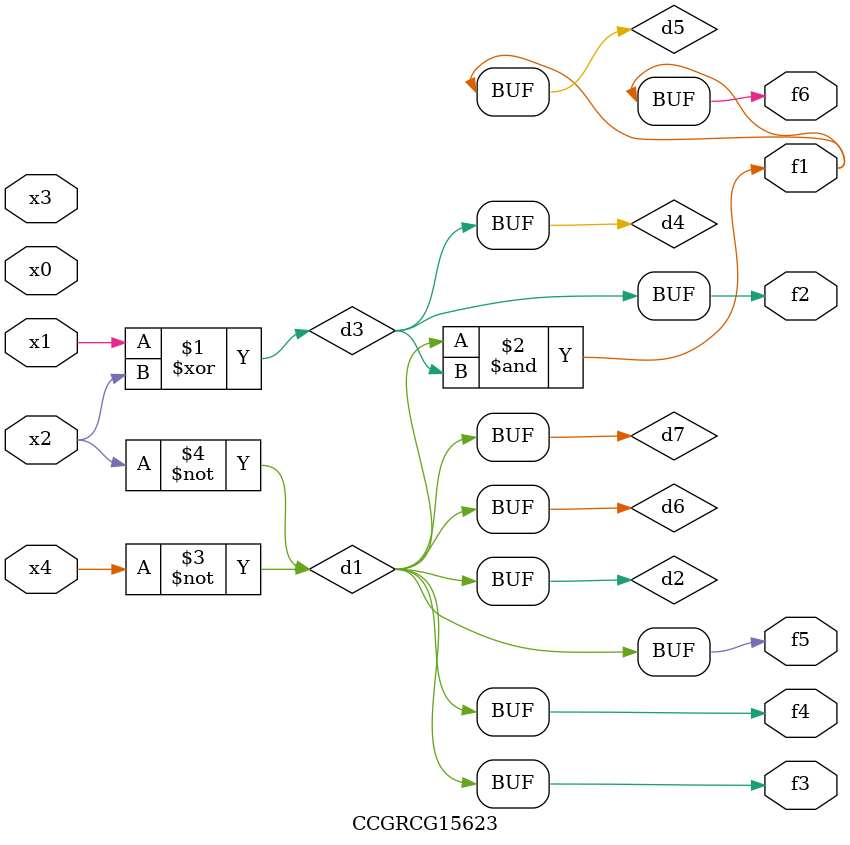
<source format=v>
module CCGRCG15623(
	input x0, x1, x2, x3, x4,
	output f1, f2, f3, f4, f5, f6
);

	wire d1, d2, d3, d4, d5, d6, d7;

	not (d1, x4);
	not (d2, x2);
	xor (d3, x1, x2);
	buf (d4, d3);
	and (d5, d1, d3);
	buf (d6, d1, d2);
	buf (d7, d2);
	assign f1 = d5;
	assign f2 = d4;
	assign f3 = d7;
	assign f4 = d7;
	assign f5 = d7;
	assign f6 = d5;
endmodule

</source>
